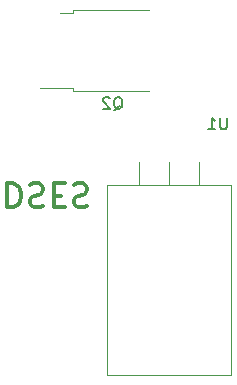
<source format=gbr>
%TF.GenerationSoftware,KiCad,Pcbnew,7.0.1*%
%TF.CreationDate,2023-06-22T21:15:45-04:00*%
%TF.ProjectId,lnbf-psu,6c6e6266-2d70-4737-952e-6b696361645f,1*%
%TF.SameCoordinates,Original*%
%TF.FileFunction,Legend,Bot*%
%TF.FilePolarity,Positive*%
%FSLAX46Y46*%
G04 Gerber Fmt 4.6, Leading zero omitted, Abs format (unit mm)*
G04 Created by KiCad (PCBNEW 7.0.1) date 2023-06-22 21:15:45*
%MOMM*%
%LPD*%
G01*
G04 APERTURE LIST*
%ADD10C,0.300000*%
%ADD11C,0.150000*%
%ADD12C,0.120000*%
G04 APERTURE END LIST*
D10*
X144576190Y-120444761D02*
X144576190Y-122444761D01*
X144576190Y-122444761D02*
X145052380Y-122444761D01*
X145052380Y-122444761D02*
X145338095Y-122349523D01*
X145338095Y-122349523D02*
X145528571Y-122159047D01*
X145528571Y-122159047D02*
X145623809Y-121968571D01*
X145623809Y-121968571D02*
X145719047Y-121587619D01*
X145719047Y-121587619D02*
X145719047Y-121301904D01*
X145719047Y-121301904D02*
X145623809Y-120920952D01*
X145623809Y-120920952D02*
X145528571Y-120730476D01*
X145528571Y-120730476D02*
X145338095Y-120540000D01*
X145338095Y-120540000D02*
X145052380Y-120444761D01*
X145052380Y-120444761D02*
X144576190Y-120444761D01*
X146480952Y-120540000D02*
X146766666Y-120444761D01*
X146766666Y-120444761D02*
X147242857Y-120444761D01*
X147242857Y-120444761D02*
X147433333Y-120540000D01*
X147433333Y-120540000D02*
X147528571Y-120635238D01*
X147528571Y-120635238D02*
X147623809Y-120825714D01*
X147623809Y-120825714D02*
X147623809Y-121016190D01*
X147623809Y-121016190D02*
X147528571Y-121206666D01*
X147528571Y-121206666D02*
X147433333Y-121301904D01*
X147433333Y-121301904D02*
X147242857Y-121397142D01*
X147242857Y-121397142D02*
X146861904Y-121492380D01*
X146861904Y-121492380D02*
X146671428Y-121587619D01*
X146671428Y-121587619D02*
X146576190Y-121682857D01*
X146576190Y-121682857D02*
X146480952Y-121873333D01*
X146480952Y-121873333D02*
X146480952Y-122063809D01*
X146480952Y-122063809D02*
X146576190Y-122254285D01*
X146576190Y-122254285D02*
X146671428Y-122349523D01*
X146671428Y-122349523D02*
X146861904Y-122444761D01*
X146861904Y-122444761D02*
X147338095Y-122444761D01*
X147338095Y-122444761D02*
X147623809Y-122349523D01*
X148480952Y-121492380D02*
X149147619Y-121492380D01*
X149433333Y-120444761D02*
X148480952Y-120444761D01*
X148480952Y-120444761D02*
X148480952Y-122444761D01*
X148480952Y-122444761D02*
X149433333Y-122444761D01*
X150195238Y-120540000D02*
X150480952Y-120444761D01*
X150480952Y-120444761D02*
X150957143Y-120444761D01*
X150957143Y-120444761D02*
X151147619Y-120540000D01*
X151147619Y-120540000D02*
X151242857Y-120635238D01*
X151242857Y-120635238D02*
X151338095Y-120825714D01*
X151338095Y-120825714D02*
X151338095Y-121016190D01*
X151338095Y-121016190D02*
X151242857Y-121206666D01*
X151242857Y-121206666D02*
X151147619Y-121301904D01*
X151147619Y-121301904D02*
X150957143Y-121397142D01*
X150957143Y-121397142D02*
X150576190Y-121492380D01*
X150576190Y-121492380D02*
X150385714Y-121587619D01*
X150385714Y-121587619D02*
X150290476Y-121682857D01*
X150290476Y-121682857D02*
X150195238Y-121873333D01*
X150195238Y-121873333D02*
X150195238Y-122063809D01*
X150195238Y-122063809D02*
X150290476Y-122254285D01*
X150290476Y-122254285D02*
X150385714Y-122349523D01*
X150385714Y-122349523D02*
X150576190Y-122444761D01*
X150576190Y-122444761D02*
X151052381Y-122444761D01*
X151052381Y-122444761D02*
X151338095Y-122349523D01*
D11*
%TO.C,Q2*%
X153572738Y-114232857D02*
X153667976Y-114185238D01*
X153667976Y-114185238D02*
X153763214Y-114090000D01*
X153763214Y-114090000D02*
X153906071Y-113947142D01*
X153906071Y-113947142D02*
X154001309Y-113899523D01*
X154001309Y-113899523D02*
X154096547Y-113899523D01*
X154048928Y-114137619D02*
X154144166Y-114090000D01*
X154144166Y-114090000D02*
X154239404Y-113994761D01*
X154239404Y-113994761D02*
X154287023Y-113804285D01*
X154287023Y-113804285D02*
X154287023Y-113470952D01*
X154287023Y-113470952D02*
X154239404Y-113280476D01*
X154239404Y-113280476D02*
X154144166Y-113185238D01*
X154144166Y-113185238D02*
X154048928Y-113137619D01*
X154048928Y-113137619D02*
X153858452Y-113137619D01*
X153858452Y-113137619D02*
X153763214Y-113185238D01*
X153763214Y-113185238D02*
X153667976Y-113280476D01*
X153667976Y-113280476D02*
X153620357Y-113470952D01*
X153620357Y-113470952D02*
X153620357Y-113804285D01*
X153620357Y-113804285D02*
X153667976Y-113994761D01*
X153667976Y-113994761D02*
X153763214Y-114090000D01*
X153763214Y-114090000D02*
X153858452Y-114137619D01*
X153858452Y-114137619D02*
X154048928Y-114137619D01*
X153239404Y-113232857D02*
X153191785Y-113185238D01*
X153191785Y-113185238D02*
X153096547Y-113137619D01*
X153096547Y-113137619D02*
X152858452Y-113137619D01*
X152858452Y-113137619D02*
X152763214Y-113185238D01*
X152763214Y-113185238D02*
X152715595Y-113232857D01*
X152715595Y-113232857D02*
X152667976Y-113328095D01*
X152667976Y-113328095D02*
X152667976Y-113423333D01*
X152667976Y-113423333D02*
X152715595Y-113566190D01*
X152715595Y-113566190D02*
X153287023Y-114137619D01*
X153287023Y-114137619D02*
X152667976Y-114137619D01*
%TO.C,U1*%
X163161904Y-114862619D02*
X163161904Y-115672142D01*
X163161904Y-115672142D02*
X163114285Y-115767380D01*
X163114285Y-115767380D02*
X163066666Y-115815000D01*
X163066666Y-115815000D02*
X162971428Y-115862619D01*
X162971428Y-115862619D02*
X162780952Y-115862619D01*
X162780952Y-115862619D02*
X162685714Y-115815000D01*
X162685714Y-115815000D02*
X162638095Y-115767380D01*
X162638095Y-115767380D02*
X162590476Y-115672142D01*
X162590476Y-115672142D02*
X162590476Y-114862619D01*
X161590476Y-115862619D02*
X162161904Y-115862619D01*
X161876190Y-115862619D02*
X161876190Y-114862619D01*
X161876190Y-114862619D02*
X161971428Y-115005476D01*
X161971428Y-115005476D02*
X162066666Y-115100714D01*
X162066666Y-115100714D02*
X162161904Y-115148333D01*
D12*
%TO.C,Q2*%
X150167500Y-105725000D02*
X150167500Y-105995000D01*
X150167500Y-105995000D02*
X149067500Y-105995000D01*
X150167500Y-112355000D02*
X147337500Y-112355000D01*
X150167500Y-112625000D02*
X150167500Y-112355000D01*
X156587500Y-105725000D02*
X150167500Y-105725000D01*
X156587500Y-112625000D02*
X150167500Y-112625000D01*
%TO.C,U1*%
X153000000Y-120560000D02*
X163500000Y-120560000D01*
X153000000Y-136670000D02*
X153000000Y-120560000D01*
X153000000Y-136670000D02*
X163500000Y-136670000D01*
X155710000Y-120560000D02*
X155710000Y-118600000D01*
X158250000Y-120560000D02*
X158250000Y-118600000D01*
X160790000Y-120560000D02*
X160790000Y-118600000D01*
X163500000Y-136670000D02*
X163500000Y-120560000D01*
%TD*%
M02*

</source>
